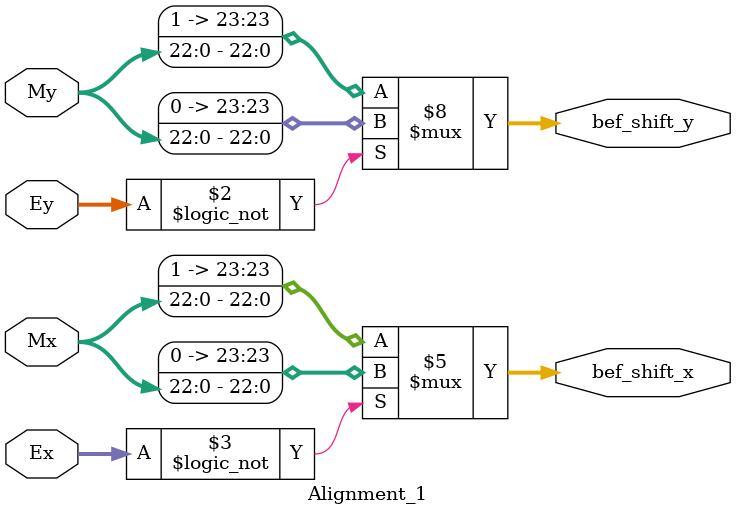
<source format=v>
module Alignment_1 (Ex , Ey , Mx , My , bef_shift_x , bef_shift_y);
input [7:0]Ex,Ey;
input [22:0]Mx,My;
output reg [23:0]bef_shift_x , bef_shift_y;
always@(*)
begin
    if(Ey==0)		
	begin
		bef_shift_y = {1'b0,My[22:0]};  //// kanet l7d 1
	end
else
	begin
		bef_shift_y = {1'b1,My[22:0]};
	end

if(Ex==0)		
	begin
		bef_shift_x = {1'b0,Mx[22:0]};
	end
else
	begin
		bef_shift_x = {1'b1,Mx[22:0]};
	end			
end
endmodule
</source>
